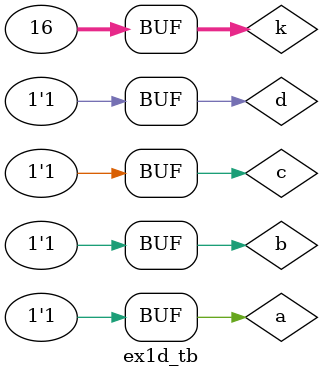
<source format=v>
module ex1d (
	input a, b, c, d,
	output f4
);
	//write Verilog code here
    assign f4 = b & (~c) | a&b | (~c) & d;
endmodule

module ex1d_tb;
	reg a, b, c, d;
	wire f4;

	ex1d ex1d_i (.a(a), .b(b), .c(c), .d(d), .f4(f4));

	integer k;
	initial begin
		$display("Time\ta\tb\tc\td\tabcd_10\tf4");
		$monitor("%0t\t%b\t%b\t%b\t%b\t%0d\t%b", $time, a, b, c, d, {a,b,c,d}, f4);
		{a, b, c, d} = 0;
		for (k = 1; k < 16; k = k + 1)
			#10 {a, b, c, d} = k;
	end
endmodule
</source>
